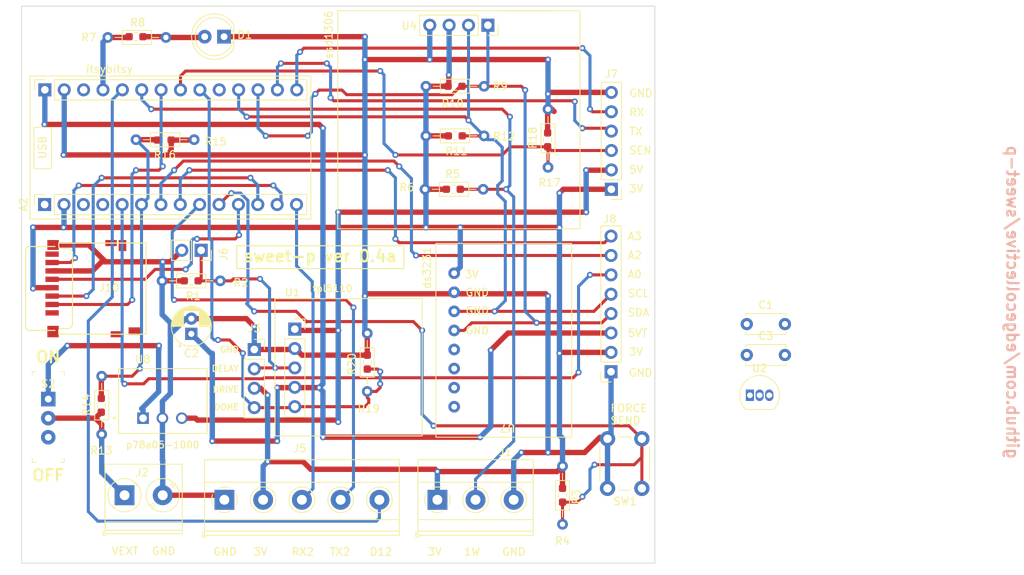
<source format=kicad_pcb>
(kicad_pcb (version 20240108) (generator "pcbnew") (generator_version "8.0")
  (layers (0 "F.Cu" signal) (31 "B.Cu" signal) (34 "B.Paste" user) (35 "F.Paste" user) (36 "B.SilkS" user "B.Silkscreen") (37 "F.SilkS" user "F.Silkscreen") (38 "B.Mask" user) (39 "F.Mask" user) (44 "Edge.Cuts" user))
  (net 0 "")
  (net 1 "A2")
  (net 2 "A5")
  (net 3 "TX")
  (net 4 "RX")
  (net 5 "SAT_EN")
  (net 6 "GND")
  (net 7 "+3V3")
  (net 8 "SDA")
  (net 9 "SCL")
  (net 10 "SD_CS")
  (net 11 "MOSI")
  (net 12 "SCK")
  (net 13 "MISO")
  (net 14 "DONE")
  (net 15 "LED")
  (net 16 "VEXT")
  (net 18 "Net-(D1-A)")
  (net 19 "Net-(J3-Pin_2)")
  (net 25 "TX_A4")
  (net 26 "D12")
  (net 27 "5V_TIMER")
  (net 29 "RX_D2")
  (net 30 "ONEWIRE_11")
  (net 31 "BATT_A1")
  (net 32 "A3")
  (net 34 "VHI")
  (net 37 "A0")
  (net 39 "5V_DC")
  (net 40 "Net-(U8-+VIN)")
  (net 41 "Net-(U2-GND)")
  (footprint "digikey-footprints:Switch_Slide_11.6x4mm_EG1218" (layer "F.Cu") (at 29 73 -90)
    (property "Reference" "S2")
    (property "Value" "EG1218")
  )
  (footprint "footprints:adafruit_tpl511x" (layer "F.Cu") (at 61.31 63.8325)
    (property "Reference" "U1")
    (property "Value" "adafruit_tpl511x")
  )
  (footprint "Resistor_THT:R_Axial_DIN0204_L3.6mm_D1.6mm_P7.62mm_Horizontal" (layer "F.Cu") (at 70.81 72.0025 90)
    (property "Reference" "R19")
    (property "Value" "330")
  )
  (footprint "LED_THT:LED_D5.0mm" (layer "F.Cu") (at 52.04 25.5 180)
    (property "Reference" "D1")
    (property "Value" "LED")
  )
  (footprint "Resistor_THT:R_Axial_DIN0204_L3.6mm_D1.6mm_P7.62mm_Horizontal" (layer "F.Cu") (at 78.38 45.5)
    (property "Reference" "R6")
    (property "Value" "4.7K")
  )
  (footprint "MountingHole:MountingHole_3.2mm_M3" (layer "F.Cu") (at 105 91)
    (property "Reference" "H4" (hide yes))
    (property "Value" "MountingHole")
  )
  (footprint "Button_Switch_THT:SW_PUSH_6mm" (layer "F.Cu") (at 106.8 78.2 -90)
    (property "Reference" "SW1")
    (property "Value" "SW_Push")
  )
  (footprint "TerminalBlock_Phoenix:TerminalBlock_Phoenix_PT-1,5-2-5.0-H_1x02_P5.00mm_Horizontal" (layer "F.Cu") (at 39 85.6)
    (property "Reference" "J2")
    (property "Value" "Screw_Terminal_01x02")
  )
  (footprint "Resistor_SMD:R_0603_1608Metric_Pad0.98x0.95mm_HandSolder" (layer "F.Cu") (at 35.95 73.81 90)
    (property "Reference" "R14")
    (property "Value" "100K")
  )
  (footprint "TerminalBlock_Phoenix:TerminalBlock_Phoenix_MKDS-1,5-3_1x03_P5.00mm_Horizontal" (layer "F.Cu") (at 80 86.2)
    (property "Reference" "J1")
    (property "Value" "Screw_Terminal_01x03")
  )
  (footprint "footprints:CONV_P78A05-1000" (layer "F.Cu") (at 41.42 75.5)
    (property "Reference" "U8")
    (property "Value" "P78A05-1000")
  )
  (footprint "Capacitor_THT:CP_Radial_D5.0mm_P2.00mm" (layer "F.Cu") (at 47.75 64.455113 90)
    (property "Reference" "C2")
    (property "Value" "330uF")
  )
  (footprint "Resistor_SMD:R_0603_1608Metric_Pad0.98x0.95mm_HandSolder" (layer "F.Cu") (at 70.81 68.1525 90)
    (property "Reference" "R20")
    (property "Value" "330")
  )
  (footprint "MountingHole:MountingHole_3.2mm_M3" (layer "F.Cu") (at 29 91)
    (property "Reference" "H2" (hide yes))
    (property "Value" "MountingHole")
  )
  (footprint "footprints:ds3231_adafruit_breakout" (layer "F.Cu") (at 79.8 65.3 -90)
    (property "Reference" "U7")
    (property "Value" "ds3231")
  )
  (footprint "footprints:DM3D-SF_outline" (layer "F.Cu") (at 30.375 58.5 -90)
    (property "Reference" "J10")
    (property "Value" "Micro_SD_Card" (hide yes))
  )
  (footprint "Capacitor_THT:C_Disc_D5.0mm_W2.5mm_P5.00mm" (layer "F.Cu") (at 120.55 67.22)
    (property "Reference" "C3")
    (property "Value" "10uF")
  )
  (footprint "Capacitor_THT:C_Disc_D5.0mm_W2.5mm_P5.00mm" (layer "F.Cu") (at 120.55 63.17)
    (property "Reference" "C1")
    (property "Value" "10uF")
  )
  (footprint "MountingHole:MountingHole_3.2mm_M3" (layer "F.Cu") (at 29 25)
    (property "Reference" "H1" (hide yes))
    (property "Value" "MountingHole")
  )
  (footprint "Resistor_THT:R_Axial_DIN0204_L3.6mm_D1.6mm_P7.62mm_Horizontal" (layer "F.Cu") (at 94.5 42.62 90)
    (property "Reference" "R17")
    (property "Value" "4.7K")
  )
  (footprint "Resistor_SMD:R_0603_1608Metric_Pad0.98x0.95mm_HandSolder" (layer "F.Cu") (at 96.4 85.6 -90)
    (property "Reference" "R3")
    (property "Value" "10K")
  )
  (footprint "Resistor_THT:R_Axial_DIN0204_L3.6mm_D1.6mm_P7.62mm_Horizontal" (layer "F.Cu") (at 36 77.62 90)
    (property "Reference" "R13")
    (property "Value" "100K")
  )
  (footprint "Resistor_SMD:R_0603_1608Metric_Pad0.98x0.95mm_HandSolder" (layer "F.Cu") (at 94.45 39.02 90)
    (property "Reference" "R18")
    (property "Value" "4.7K")
  )
  (footprint "Connector_PinSocket_2.54mm:PinSocket_1x02_P2.54mm_Vertical" (layer "F.Cu") (at 49.04 53.5 -90)
    (property "Reference" "J6")
    (property "Value" "Conn_01x02_Socket")
  )
  (footprint "MountingHole:MountingHole_3.2mm_M3" (layer "F.Cu") (at 105 25)
    (property "Reference" "H3" (hide yes))
    (property "Value" "MountingHole")
  )
  (footprint "Connector_PinSocket_2.54mm:PinSocket_1x04_P2.54mm_Vertical" (layer "F.Cu") (at 56 66.5)
    (property "Reference" "J3")
    (property "Value" "Conn_01x04_Female")
  )
  (footprint "Resistor_THT:R_Axial_DIN0204_L3.6mm_D1.6mm_P7.62mm_Horizontal" (layer "F.Cu") (at 36.8 25.6)
    (property "Reference" "R7")
    (property "Value" "4.7K")
  )
  (footprint "Resistor_SMD:R_0603_1608Metric_Pad0.98x0.95mm_HandSolder" (layer "F.Cu") (at 47.73 57.5 180)
    (property "Reference" "R1")
    (property "Value" "4.7K")
  )
  (footprint "Resistor_THT:R_Axial_DIN0204_L3.6mm_D1.6mm_P7.62mm_Horizontal" (layer "F.Cu") (at 78.5 38.5)
    (property "Reference" "R12")
    (property "Value" "4.7K")
  )
  (footprint "Resistor_SMD:R_0603_1608Metric_Pad0.98x0.95mm_HandSolder" (layer "F.Cu") (at 44.2 39.05)
    (property "Reference" "R16")
    (property "Value" "100K")
  )
  (footprint "footprints:itsybitsy" (layer "F.Cu") (at 28.52 47.5 90)
    (property "Reference" "A2")
    (property "Value" "itsybitsy_nrf52840_express")
  )
  (footprint "Resistor_THT:R_Axial_DIN0204_L3.6mm_D1.6mm_P7.62mm_Horizontal" (layer "F.Cu") (at 51.54 57.5 180)
    (property "Reference" "R2")
    (property "Value" "4.7K")
  )
  (footprint "Package_TO_SOT_THT:TO-92_Inline" (layer "F.Cu") (at 120.96 72.5)
    (property "Reference" "U2")
    (property "Value" "MCP1700x-120xxTO")
  )
  (footprint "Resistor_SMD:R_0603_1608Metric_Pad0.98x0.95mm_HandSolder" (layer "F.Cu") (at 82.0875 45.5)
    (property "Reference" "R5")
    (property "Value" "4.7K")
  )
  (footprint "Connector_PinHeader_2.54mm:PinHeader_1x06_P2.54mm_Vertical" (layer "F.Cu") (at 102.8 45.5 180)
    (property "Reference" "J7")
    (property "Value" "Conn_01x06_Pin")
  )
  (footprint "Resistor_THT:R_Axial_DIN0204_L3.6mm_D1.6mm_P7.62mm_Horizontal" (layer "F.Cu") (at 78.5 32)
    (property "Reference" "R9")
    (property "Value" "4.7K")
  )
  (footprint "Resistor_SMD:R_0603_1608Metric_Pad0.98x0.95mm_HandSolder" (layer "F.Cu") (at 82.31 32)
    (property "Reference" "R10")
    (property "Value" "4.7K")
  )
  (footprint "Connector_PinSocket_2.54mm:PinSocket_1x08_P2.54mm_Vertical" (layer "F.Cu") (at 102.762 69.418 180)
    (property "Reference" "J8")
    (property "Value" "Conn_01x08_Socket")
  )
  (footprint "Resistor_SMD:R_0603_1608Metric_Pad0.98x0.95mm_HandSolder" (layer "F.Cu") (at 40.5 25.5)
    (property "Reference" "R8")
    (property "Value" "4.7K")
  )
  (footprint "Resistor_SMD:R_0603_1608Metric_Pad0.98x0.95mm_HandSolder" (layer "F.Cu") (at 82.345 38.5)
    (property "Reference" "R11")
    (property "Value" "4.7K")
  )
  (footprint "footprints:ssd1306_a" (layer "F.Cu") (at 86.62 24 -90)
    (property "Reference" "U4")
    (property "Value" "ssd1306")
  )
  (footprint "Resistor_THT:R_Axial_DIN0204_L3.6mm_D1.6mm_P7.62mm_Horizontal" (layer "F.Cu") (at 96.4 81.79 -90)
    (property "Reference" "R4")
    (property "Value" "10K")
  )
  (footprint "TerminalBlock_Phoenix:TerminalBlock_Phoenix_MKDS-1,5-5-5.08_1x05_P5.08mm_Horizontal" (layer "F.Cu") (at 52.08 86.2)
    (property "Reference" "J5")
    (property "Value" "Screw_Terminal_01x05")
  )
  (footprint "Resistor_THT:R_Axial_DIN0204_L3.6mm_D1.6mm_P7.62mm_Horizontal" (layer "F.Cu") (at 40.5 39)
    (property "Reference" "R15")
    (property "Value" "100K")
  )
  (gr_rect (start 53.7 52.9) (end 75.6 55.9) (stroke (width 0.15)) (fill none) (layer "F.SilkS"))
  (gr_rect (start 25.5 21.5) (end 108.5 94.5) (stroke (width 0.1)) (fill none) (layer "Edge.Cuts"))
  (gr_text "github.com/edgecollective/sweet-p" (at 154.5 81 -90) (layer "B.SilkS") (effects (font (size 1.5 1.5) (thickness 0.3) (bold yes)) (justify left bottom mirror)))
  (gr_text "1W" (at 83.4 93.6 0) (layer "F.SilkS") (effects (font (size 1 1)) (justify left bottom)))
  (gr_text "sweet-p ver 0.4a" (at 54.45 55.15 0) (layer "F.SilkS") (effects (font (size 1.5 1.5) (thickness 0.3) (bold yes)) (justify left bottom)))
  (gr_text "3V" (at 83.5 57.25 0) (layer "F.SilkS") (effects (font (size 1 1)) (justify left bottom)))
  (gr_text "3V" (at 105.05 46 0) (layer "F.SilkS") (effects (font (size 1 1)) (justify left bottom)))
  (gr_text "p78a05-1000" (at 44 79 0) (layer "F.SilkS") (effects (font (size 0.9 0.9))))
  (gr_text "TX" (at 105.05 38.5 0) (layer "F.SilkS") (effects (font (size 1 1)) (justify left bottom)))
  (gr_text "GND" (at 83.6 64.6 0) (layer "F.SilkS") (effects (font (size 1 1)) (justify left bottom)))
  (gr_text "itsybitsy" (at 37 29.75 0) (layer "F.SilkS") (effects (font (size 1 1))))
  (gr_text "RX2" (at 60.8 93.6 0) (layer "F.SilkS") (effects (font (size 1 1)) (justify left bottom)))
  (gr_text "3V" (at 105.012 67.388 0) (layer "F.SilkS") (effects (font (size 1 1)) (justify left bottom)))
  (gr_text "GND" (at 83.6 62 0) (layer "F.SilkS") (effects (font (size 1 1)) (justify left bottom)))
  (gr_text "GND" (at 88.4 93.6 0) (layer "F.SilkS") (effects (font (size 1 1)) (justify left bottom)))
  (gr_text "ON" (at 29 67.5 0) (layer "F.SilkS") (effects (font (size 1.5 1.5) (thickness 0.3))))
  (gr_text "5V" (at 105.05 43.5 0) (layer "F.SilkS") (effects (font (size 1 1)) (justify left bottom)))
  (gr_text "OFF" (at 29 83 0) (layer "F.SilkS") (effects (font (size 1.5 1.5) (thickness 0.3))))
  (gr_text "VEXT" (at 37.25 93.5 0) (layer "F.SilkS") (effects (font (size 1 1)) (justify left bottom)))
  (gr_text "GND" (at 105.05 33.5 0) (layer "F.SilkS") (effects (font (size 1 1)) (justify left bottom)))
  (gr_text "GND" (at 83.6 59.6 0) (layer "F.SilkS") (effects (font (size 1 1)) (justify left bottom)))
  (gr_text "A2" (at 104.862 54.738 0) (layer "F.SilkS") (effects (font (size 1 1)) (justify left bottom)))
  (gr_text "GND" (at 42.5 93.5 0) (layer "F.SilkS") (effects (font (size 1 1)) (justify left bottom)))
  (gr_text "FORCE\nSEND" (at 102.6 76.4 0) (layer "F.SilkS") (effects (font (size 1 1)) (justify left bottom)))
  (gr_text "SCL" (at 104.862 59.738 0) (layer "F.SilkS") (effects (font (size 1 1)) (justify left bottom)))
  (gr_text "5VT" (at 104.862 64.938 0) (layer "F.SilkS") (effects (font (size 1 1)) (justify left bottom)))
  (gr_text "A0" (at 104.862 57.238 0) (layer "F.SilkS") (effects (font (size 1 1)) (justify left bottom)))
  (gr_text "SEN" (at 105.05 41 0) (layer "F.SilkS") (effects (font (size 1 1)) (justify left bottom)))
  (gr_text "GND" (at 105.012 70.138 0) (layer "F.SilkS") (effects (font (size 1 1)) (justify left bottom)))
  (gr_text "DRIVE" (at 52.273809 71.75 0) (layer "F.SilkS") (effects (font (size 0.8 0.8))))
  (gr_text "3V" (at 55.8 93.6 0) (layer "F.SilkS") (effects (font (size 1 1)) (justify left bottom)))
  (gr_text "ssd1306" (at 65.75 25.25 90) (layer "F.SilkS") (effects (font (size 1 1))))
  (gr_text "3V" (at 78.65 93.6 0) (layer "F.SilkS") (effects (font (size 1 1)) (justify left bottom)))
  (gr_text "TX2" (at 65.8 93.6 0) (layer "F.SilkS") (effects (font (size 1 1)) (justify left bottom)))
  (gr_text "D12" (at 71.05 93.6 0) (layer "F.SilkS") (effects (font (size 1 1)) (justify left bottom)))
  (gr_text "DONE" (at 52.369047 74.0575 0) (layer "F.SilkS") (effects (font (size 0.8 0.8))))
  (gr_text "RX" (at 105.05 36 0) (layer "F.SilkS") (effects (font (size 1 1)) (justify left bottom)))
  (gr_text "tpl5110" (at 66.25 58.5 0) (layer "F.SilkS") (effects (font (size 0.9 0.9))))
  (gr_text "GND" (at 52.75 66.5 0) (layer "F.SilkS") (effects (font (size 0.8 0.8))))
  (gr_text "GND" (at 50.55 93.6 0) (layer "F.SilkS") (effects (font (size 1 1)) (justify left bottom)))
  (gr_text "A3" (at 104.862 52.238 0) (layer "F.SilkS") (effects (font (size 1 1)) (justify left bottom)))
  (gr_text "DELAY" (at 52.197619 69 0) (layer "F.SilkS") (effects (font (size 0.8 0.8))))
  (gr_text "SDA" (at 104.862 62.238 0) (layer "F.SilkS") (effects (font (size 1 1)) (justify left bottom)))
  (segment (start 74.3 41.8) (end 46.7 41.8) (width 0.4) (layer "F.Cu") (net 1))
  (segment (start 46.7 41.8) (end 45.5 43) (width 0.4) (layer "F.Cu") (net 1))
  (segment (start 102.762 54.178) (end 77.2 54.178) (width 0.4) (layer "F.Cu") (net 1))
  (segment (start 75 42.5) (end 74.3 41.8) (width 0.4) (layer "F.Cu") (net 1))
  (segment (start 102.762 54.178) (end 102.44 54.5) (width 0.4) (layer "F.Cu") (net 1))
  (via (at 75 42.5) (size 0.8) (drill 0.4) (layers "F.Cu" "B.Cu") (net 1))
  (via (at 77.2 54.178) (size 0.8) (drill 0.4) (layers "F.Cu" "B.Cu") (net 1))
  (via (at 45.5 43) (size 0.8) (drill 0.4) (layers "F.Cu" "B.Cu") (net 1))
  (segment (start 75 42.5) (end 76.6 44.1) (width 0.4) (layer "B.Cu") (net 1))
  (segment (start 76.6 44.1) (end 76.6 53.578) (width 0.4) (layer "B.Cu") (net 1))
  (segment (start 43.76 44.74) (end 43.76 47.5) (width 0.4) (layer "B.Cu") (net 1))
  (segment (start 76.6 53.578) (end 77.2 54.178) (width 0.4) (layer "B.Cu") (net 1))
  (segment (start 45.5 43) (end 43.76 44.74) (width 0.4) (layer "B.Cu") (net 1))
  (segment (start 61.5 61.5) (end 56 61.5) (width 0.4) (layer "F.Cu") (net 2))
  (segment (start 96.4 86.5125) (end 96.4 89.41) (width 0.4) (layer "F.Cu") (net 2))
  (segment (start 100.6 81.6) (end 105.8 81.6) (width 0.4) (layer "F.Cu") (net 2))
  (segment (start 105.8 81.6) (end 106.8 80.6) (width 0.4) (layer "F.Cu") (net 2))
  (segment (start 62.862 62.862) (end 62.886 62.838) (width 0.4) (layer "F.Cu") (net 2))
  (segment (start 106.8 84.7) (end 106.8 79.6) (width 0.4) (layer "F.Cu") (net 2))
  (segment (start 98.2875 86.5125) (end 99 85.8) (width 0.4) (layer "F.Cu") (net 2))
  (segment (start 106.8 79.6) (end 106.8 78.2) (width 0.4) (layer "F.Cu") (net 2))
  (segment (start 53 46) (end 52.88 46) (width 0.4) (layer "F.Cu") (net 2))
  (segment (start 62.886 62.838) (end 76.838 62.838) (width 0.4) (layer "F.Cu") (net 2))
  (segment (start 52.88 46) (end 51.38 47.5) (width 0.4) (layer "F.Cu") (net 2))
  (segment (start 62.862 62.862) (end 61.5 61.5) (width 0.4) (layer "F.Cu") (net 2))
  (segment (start 105.1 76.5) (end 106.8 78.2) (width 0.4) (layer "F.Cu") (net 2))
  (segment (start 96.4 86.5125) (end 98.2875 86.5125) (width 0.4) (layer "F.Cu") (net 2))
  (segment (start 76.838 62.838) (end 78 64) (width 0.4) (layer "F.Cu") (net 2))
  (segment (start 79.5 76.5) (end 105.1 76.5) (width 0.4) (layer "F.Cu") (net 2))
  (segment (start 106.8 80.6) (end 106.8 79.6) (width 0.4) (layer "F.Cu") (net 2))
  (via (at 56 61.5) (size 0.8) (drill 0.4) (layers "F.Cu" "B.Cu") (net 2))
  (via (at 100.6 81.6) (size 0.8) (drill 0.4) (layers "F.Cu" "B.Cu") (net 2))
  (via (at 78 64) (size 0.8) (drill 0.4) (layers "F.Cu" "B.Cu") (net 2))
  (via (at 79.5 76.5) (size 0.8) (drill 0.4) (layers "F.Cu" "B.Cu") (net 2))
  (via (at 53 46) (size 0.8) (drill 0.4) (layers "F.Cu" "B.Cu") (net 2))
  (via (at 99 85.8) (size 0.8) (drill 0.4) (layers "F.Cu" "B.Cu") (net 2))
  (segment (start 78 75) (end 79.5 76.5) (width 0.4) (layer "B.Cu") (net 2))
  (segment (start 55.17 60.33) (end 55.17 46.982233) (width 0.4) (layer "B.Cu") (net 2))
  (segment (start 100 82.2) (end 100.6 81.6) (width 0.4) (layer "B.Cu") (net 2))
  (segment (start 99 85.8) (end 100 84.8) (width 0.4) (layer "B.Cu") (net 2))
  (segment (start 55.17 46.982233) (end 54.187767 46) (width 0.4) (layer "B.Cu") (net 2))
  (segment (start 78 64) (end 78 75) (width 0.4) (layer "B.Cu") (net 2))
  (segment (start 54.187767 46) (end 53 46) (width 0.4) (layer "B.Cu") (net 2))
  (segment (start 55 60.5) (end 55.17 60.33) (width 0.4) (layer "B.Cu") (net 2))
  (segment (start 100 84.8) (end 100 82.2) (width 0.4) (layer "B.Cu") (net 2))
  (segment (start 56 61.5) (end 55 60.5) (width 0.4) (layer "B.Cu") (net 2))
  (segment (start 97.9 33.9) (end 98 34) (width 0.4) (layer "F.Cu") (net 3))
  (segment (start 102.42 37.5) (end 102.8 37.88) (width 0.4) (layer "F.Cu") (net 3))
  (segment (start 66.4 33.9) (end 66 33.5) (width 0.4) (layer "F.Cu") (net 3))
  (segment (start 65.5 29) (end 59.5 29) (width 0.4) (layer "F.Cu") (net 3))
  (segment (start 66.4 33.9) (end 97.9 33.9) (width 0.4) (layer "F.Cu") (net 3))
  (segment (start 99 37.5) (end 102.42 37.5) (width 0.4) (layer "F.Cu") (net 3))
  (via (at 65.5 29) (size 0.8) (drill 0.4) (layers "F.Cu" "B.Cu") (net 3))
  (via (at 66 33.5) (size 0.8) (drill 0.4) (layers "F.Cu" "B.Cu") (net 3))
  (via (at 59.5 29) (size 0.8) (drill 0.4) (layers "F.Cu" "B.Cu") (net 3))
  (via (at 99 37.5) (size 0.8) (drill 0.4) (layers "F.Cu" "B.Cu") (net 3))
  (via (at 98 34) (size 0.8) (drill 0.4) (layers "F.Cu" "B.Cu") (net 3))
  (segment (start 98 36.5) (end 99 37.5) (width 0.4) (layer "B.Cu") (net 3))
  (segment (start 59.03 32.465) (end 59.03 29.47) (width 0.4) (layer "B.Cu") (net 3))
  (segment (start 59.5 31.995) (end 59.03 32.465) (width 0.4) (layer "B.Cu") (net 3))
  (segment (start 66 33.5) (end 66 29.5) (width 0.4) (layer "B.Cu") (net 3))
  (segment (start 66 29.5) (end 65.5 29) (width 0.4) (layer "B.Cu") (net 3))
  (segment (start 98 34) (end 98 36.5) (width 0.4) (layer "B.Cu") (net 3))
  (segment (start 59.03 29.47) (end 59.5 29) (width 0.4) (layer "B.Cu") (net 3))
  (segment (start 100.34 35.34) (end 100 35) (width 0.4) (layer "F.Cu") (net 4))
  (segment (start 99 27) (end 62.5 27) (width 0.4) (layer "F.Cu") (net 4))
  (segment (start 62.5 27) (end 62 27.5) (width 0.4) (layer "F.Cu") (net 4))
  (segment (start 102.8 35.34) (end 100.34 35.34) (width 0.4) (layer "F.Cu") (net 4))
  (via (at 99 27) (size 0.8) (drill 0.4) (layers "F.Cu" "B.Cu") (net 4))
  (via (at 62 27.5) (size 0.8) (drill 0.4) (layers "F.Cu" "B.Cu") (net 4))
  (via (at 100 35) (size 0.8) (drill 0.4) (layers "F.Cu" "B.Cu") (net 4))
  (segment (start 100 28) (end 99 27) (width 0.4) (layer "B.Cu") (net 4))
  (segment (start 61.57 27.93) (end 61.57 32.465) (width 0.4) (layer "B.Cu") (net 4))
  (segment (start 100 35) (end 100 28) (width 0.4) (layer "B.Cu") (net 4))
  (segment (start 62 27.5) (end 61.57 27.93) (width 0.4) (layer "B.Cu") (net 4))
  (segment (start 88.5 41) (end 74.5 41) (width 0.4) (layer "F.Cu") (net 5))
  (segment (start 94.9375 40.42) (end 94.45 39.9325) (width 0.4) (layer "F.Cu") (net 5))
  (segment (start 94.45 39.9325) (end 89.5675 39.9325) (width 0.4) (layer "F.Cu") (net 5))
  (segment (start 102.8 40.42) (end 94.9375 40.42) (width 0.4) (layer "F.Cu") (net 5))
  (segment (start 89.5675 39.9325) (end 88.5 41) (width 0.4) (layer "F.Cu") (net 5))
  (segment (start 46.33 30.67) (end 46.33 32.465) (width 0.4) (layer "F.Cu") (net 5))
  (segment (start 72.5 30) (end 47 30) (width 0.4) (layer "F.Cu") (net 5))
  (segment (start 94.5 42.62) (end 94.5 39.9825) (width 0.4) (layer "F.Cu") (net 5))
  (segment (start 47 30) (end 46.33 30.67) (width 0.4) (layer "F.Cu") (net 5))
  (segment (start 94.5 39.9825) (end 94.45 39.9325) (width 0.4) (layer "F.Cu") (net 5))
  (segment (start 102.5 40.12) (end 102.8 40.42) (width 0.4) (layer "F.Cu") (net 5))
  (via (at 74.5 41) (size 0.8) (drill 0.4) (layers "F.Cu" "B.Cu") (net 5))
  (via (at 72.5 30) (size 0.8) (drill 0.4) (layers "F.Cu" "B.Cu") (net 5))
  (segment (start 73 39.5) (end 73 30.5) (width 0.4) (layer "B.Cu") (net 5))
  (segment (start 74.5 41) (end 73 39.5) (width 0.4) (layer "B.Cu") (net 5))
  (segment (start 73 30.5) (end 72.5 30) (width 0.4) (layer "B.Cu") (net 5))
  (segment (start 34.8 56.2) (end 36 55) (width 0.7) (layer "F.Cu") (net 6))
  (segment (start 45.1125 40.3875) (end 45.1125 39.05) (width 0.7) (layer "F.Cu") (net 6))
  (segment (start 79 28.5) (end 94.5 28.5) (width 0.7) (layer "F.Cu") (net 6))
  (segment (start 102.8 32.8) (end 94.7 32.8) (width 0.7) (layer "F.Cu") (net 6))
  (segment (start 29.625 52.8) (end 34.3 52.8) (width 0.7) (layer "F.Cu") (net 6))
  (segment (start 79 28.5) (end 70.5 28.5) (width 0.7) (layer "F.Cu") (net 6))
  (segment (start 62.24 67.24) (end 70.81 67.24) (width 0.7) (layer "F.Cu") (net 6))
  (segment (start 47.75 62.455113) (end 54.955113 62.455113) (width 0.7) (layer "F.Cu") (net 6))
  (segment (start 83.31 59.2) (end 70.8 59.2) (width 0.7) (layer "F.Cu") (net 6))
  (segment (start 36 55) (end 36.5 55) (width 0.7) (layer "F.Cu") (net 6))
  (segment (start 34.3 52.8) (end 36.5 55) (width 0.7) (layer "F.Cu") (net 6))
  (segment (start 61.1825 66.5) (end 61.31 66.3725) (width 0.7) (layer "F.Cu") (net 6))
  (segment (start 52.04 25.5) (end 70.5 25.5) (width 0.7) (layer "F.Cu") (net 6))
  (segment (start 36.5 55) (end 44 55) (width 0.7) (layer "F.Cu") (net 6))
  (segment (start 70.81 67.24) (end 70.81 64.3825) (width 0.7) (layer "F.Cu") (net 6))
  (segment (start 45 40.5) (end 45.1125 40.3875) (width 0.7) (layer "F.Cu") (net 6))
  (segment (start 94.45 35.05) (end 94.5 35) (width 0.7) (layer "F.Cu") (net 6))
  (segment (start 95 35) (end 95.3 35.3) (width 0.7) (layer "F.Cu") (net 6))
  (segment (start 99.3 80) (end 101.3 78) (width 0.7) (layer "F.Cu") (net 6))
  (segment (start 45.1125 39.05) (end 48.07 39.05) (width 0.7) (layer "F.Cu") (net 6))
  (segment (start 61.3725 66.3725) (end 62.24 67.24) (width 0.7) (layer "F.Cu") (net 6))
  (segment (start 94.7 32.8) (end 94.5 33) (width 0.7) (layer "F.Cu") (net 6))
  (segment (start 45 41) (end 70.5 41) (width 0.7) (layer "F.Cu") (net 6))
  (segment (start 94.45 38.1075) (end 94.45 35.05) (width 0.7) (layer "F.Cu") (net 6))
  (segment (start 45 41) (end 45 40.5) (width 0.7) (layer "F.Cu") (net 6))
  (segment (start 48.07 39.05) (end 48.12 39) (width 0.7) (layer "F.Cu") (net 6))
  (segment (start 94.2 59.2) (end 94.5 59.5) (width 0.7) (layer "F.Cu") (net 6))
  (segment (start 56 66.5) (end 61.1825 66.5) (width 0.7) (layer "F.Cu") (net 6))
  (segment (start 44 85.6) (end 51.48 85.6) (width 0.7) (layer "F.Cu") (net 6))
  (segment (start 94.5 35) (end 95 35) (width 0.7) (layer "F.Cu") (net 6))
  (segment (start 51.48 85.6) (end 52.08 86.2) (width 0.7) (layer "F.Cu") (net 6))
  (segment (start 31 41) (end 45 41) (width 0.7) (layer "F.Cu") (net 6))
  (segment (start 83.31 59.2) (end 94.2 59.2) (width 0.7) (layer "F.Cu") (net 6))
  (segment (start 54.955113 62.455113) (end 56 63.5) (width 0.7) (layer "F.Cu") (net 6))
  (segment (start 45 55) (end 46.5 53.5) (width 0.7) (layer "F.Cu") (net 6))
  (segment (start 44 55) (end 45 55) (width 0.7) (layer "F.Cu") (net 6))
  (segment (start 91 80) (end 94.5 80) (width 0.7) (layer "F.Cu") (net 6))
  (segment (start 94.5 80) (end 99.3 80) (width 0.7) (layer "F.Cu") (net 6))
  (segment (start 70.8 59.2) (end 70.5 59.5) (width 0.7) (layer "F.Cu") (net 6))
  (segment (start 29.5 56.2) (end 34.8 56.2) (width 0.7) (layer "F.Cu") (net 6))
  (segment (start 43.92 57.5) (end 46.8175 57.5) (width 0.7) (layer "F.Cu") (net 6))
  (segment (start 61.31 66.3725) (end 61.3725 66.3725) (width 0.7) (layer "F.Cu") (net 6))
  (via (at 91 80) (size 0.8) (drill 0.4) (layers "F.Cu" "B.Cu") (net 6))
  (via (at 70.5 59.5) (size 0.8) (drill 0.4) (layers "F.Cu" "B.Cu") (net 6))
  (via (at 56 63.5) (size 0.8) (drill 0.4) (layers "F.Cu" "B.Cu") (net 6))
  (via (at 31 41) (size 0.8) (drill 0.4) (layers "F.Cu" "B.Cu") (net 6))
  (via (at 94.5 59.5) (size 0.8) (drill 0.4) (layers "F.Cu" "B.Cu") (net 6))
  (via (at 94.5 80) (size 0.8) (drill 0.4) (layers "F.Cu" "B.Cu") (net 6))
  (via (at 70.5 41) (size 0.8) (drill 0.4) (layers "F.Cu" "B.Cu") (net 6))
  (via (at 44 55) (size 0.8) (drill 0.4) (layers "F.Cu" "B.Cu") (net 6))
  (via (at 70.5 25.5) (size 0.8) (drill 0.4) (layers "F.Cu" "B.Cu") (net 6))
  (via (at 94.5 33) (size 0.8) (drill 0.4) (layers "F.Cu" "B.Cu") (net 6))
  (via (at 70.5 28.5) (size 0.8) (drill 0.4) (layers "F.Cu" "B.Cu") (net 6))
  (via (at 94.5 28.5) (size 0.8) (drill 0.4) (layers "F.Cu" "B.Cu") (net 6))
  (via (at 79 28.5) (size 0.8) (drill 0.4) (layers "F.Cu" "B.Cu") (net 6))
  (segment (start 94.5 59.5) (end 94.5 80) (width 0.7) (layer "B.Cu") (net 6))
  (segment (start 70.5 25.5) (end 70.5 29.5) (width 0.7) (layer "B.Cu") (net 6))
  (segment (start 43.92 57.5) (end 43.92 55.08) (width 0.7) (layer "B.Cu") (net 6))
  (segment (start 31.09 40.91) (end 31 41) (width 0.7) (layer "B.Cu") (net 6))
  (segment (start 43.92 61.92) (end 45 63) (width 0.7) (layer "B.Cu") (net 6))
  (segment (start 43.96 80.96) (end 43.96 75.5) (width 0.7) (layer "B.Cu") (net 6))
  (segment (start 45 72.25) (end 45 71.5) (width 0.7) (layer "B.Cu") (net 6))
  (segment (start 90 86.2) (end 90 81) (width 0.7) (layer "B.Cu") (net 6))
  (segment (start 90 81) (end 91 80) (width 0.7) (layer "B.Cu") (net 6))
  (segment (start 102.762 77.738) (end 102.3 78.2) (width 0.7) (layer "B.Cu") (net 6))
  (segment (start 44 81) (end 43.96 80.96) (width 0.7) (layer "B.Cu") (net 6))
  (segment (start 70.5 28.5) (end 70.5 29.5) (width 0.7) (layer "B.Cu") (net 6))
  (segment (start 47.75 62.455113) (end 47.044887 62.455113) (width 0.7) (layer "B.Cu") (net 6))
  (segment (start 45 64.5) (end 45 71.5) (width 0.7) (layer "B.Cu") (net 6))
  (segment (start 43.92 55.08) (end 44 55) (width 0.7) (layer "B.Cu") (net 6))
  (segment (start 70.5 59.5) (end 70.5 64.0725) (width 0.7) (layer "B.Cu") (net 6))
  (segment (start 56 63.5) (end 56 66.5) (width 0.7) (layer "B.Cu") (net 6))
  (segment (start 70.5 29.5) (end 70.5 41) (width 0.7) (layer "B.Cu") (net 6))
  (segment (start 70.5 59.5) (end 70.5 41) (width 0.7) (layer "B.Cu") (net 6))
  (segment (start 94.5 28.5) (end 94.5 33) (width 0.7) (layer "B.Cu") (net 6))
  (segment (start 47.044887 62.455113) (end 45 64.5) (width 0.7) (layer "B.Cu") (net 6))
  (segment (start 43.96 75.5) (end 43.96 73.29) (width 0.7) (layer "B.Cu") (net 6))
  (segment (start 70.5 64.0725) (end 70.81 64.3825) (width 0.7) (layer "B.Cu") (net 6))
  (segment (start 31.09 32.465) (end 31.09 40.91) (width 0.7) (layer "B.Cu") (net 6))
  (segment (start 44 85.6) (end 44 81) (width 0.7) (layer "B.Cu") (net 6))
  (segment (start 43.96 73.29) (end 45 72.25) (width 0.7) (layer "B.Cu") (net 6))
  (segment (start 79 24) (end 79 28.5) (width 0.7) (layer "B.Cu") (net 6))
  (segment (start 94.5 33) (end 94.5 35) (width 0.7) (layer "B.Cu") (net 6))
  (segment (start 45 63) (end 45 64.5) (width 0.7) (layer "B.Cu") (net 6))
  (segment (start 102.3 78.2) (end 102.3 84.7) (width 0.7) (layer "B.Cu") (net 6))
  (segment (start 102.762 69.418) (end 102.762 77.738) (width 0.7) (layer "B.Cu") (net 6))
  (segment (start 43.92 57.5) (end 43.92 61.92) (width 0.7) (layer "B.Cu") (net 6))
  (segment (start 96.5 45.5) (end 96 46) (width 0.7) (layer "F.Cu") (net 7))
  (segment (start 83 50.5) (end 96 50.5) (width 0.7) (layer "F.Cu") (net 7))
  (segment (start 80 82.5) (end 95.69 82.5) (width 0.7) (layer "F.Cu") (net 7))
  (segment (start 81.3975 32) (end 78.5 32) (width 0.7) (layer "F.Cu") (net 7))
  (segment (start 56.83 71.58) (end 57.75 72.5) (width 0.7) (layer "F.Cu") (net 7))
  (segment (start 56 71.58) (end 56.83 71.58) (width 0.7) (layer "F.Cu") (net 7))
  (segment (start 70.4 82.2) (end 79.7 82.2) (width 0.7) (layer "F.Cu") (net 7))
  (segment (start 79.7 82.2) (end 80 82.5) (width 0.7) (layer "F.Cu") (net 7))
  (segment (start 63.4 82.2) (end 70.4 82.2) (width 0.7) (layer "F.Cu") (net 7))
  (segment (start 57.75 81.2) (end 62.4 81.2) (width 0.7) (layer "F.Cu") (net 7))
  (segment (start 102.8 45.5) (end 96.5 45.5) (width 0.7) (layer "F.Cu") (net 7))
  (segment (start 78.38 45.5) (end 81.175 45.5) (width 0.7) (layer "F.Cu") (net 7))
  (segment (start 102.762 66.878) (end 96.122 66.878) (width 0.7) (layer "F.Cu") (net 7))
  (segment (start 81.4325 38.5) (end 78.5 38.5) (width 0.7) (layer "F.Cu") (net 7))
  (segment (start 62.4 81.2) (end 63.4 82.2) (width 0.7) (layer "F.Cu") (net 7))
  (segment (start 96.4 81.79) (end 96.4 84.6875) (width 0.7) (layer "F.Cu") (net 7))
  (segment (start 103.3 46) (end 102.8 45.5) (width 0.7) (layer "F.Cu") (net 7))
  (segment (start 96.122 66.878) (end 96 67) (width 0.7) (layer "F.Cu") (net 7))
  (segment (start 27 50.5) (end 31 50.5) (width 0.7) (layer "F.Cu") (net 7))
  (segment (start 81.5 31.8975) (end 81.3975 32) (width 0.7) (layer "F.Cu") (net 7))
  (segment (start 27.1 58.4) (end 27 58.5) (width 0.7) (layer "F.Cu") (net 7))
  (segment (start 29.5 58.4) (end 27.1 58.4) (width 0.7) (layer "F.Cu") (net 7))
  (segment (start 78.5 50.5) (end 83 50.5) (width 0.7) (layer "F.Cu") (net 7))
  (segment (start 95.69 82.5) (end 96.4 81.79) (width 0.7) (layer "F.Cu") (net 7))
  (segment (start 81.5 30.5) (end 81.5 31.8975) (width 0.7) (layer "F.Cu") (net 7))
  (segment (start 31 50.5) (end 78.5 50.5) (width 0.7) (layer "F.Cu") (net 7))
  (via (at 96 50.5) (size 0.8) (drill 0.4) (layers "F.Cu" "B.Cu") (net 7))
  (via (at 96 67) (size 0.8) (drill 0.4) (layers "F.Cu" "B.Cu") (net 7))
  (via (at 83 50.5) (size 0.8) (drill 0.4) (layers "F.Cu" "B.Cu") (net 7))
  (via (at 78.5 50.5) (size 0.8) (drill 0.4) (layers "F.Cu" "B.Cu") (net 7))
  (via (at 57.75 81.2) (size 0.8) (drill 0.4) (layers "F.Cu" "B.Cu") (net 7))
  (via (at 31 50.5) (size 0.8) (drill 0.4) (layers "F.Cu" "B.Cu") (net 7))
  (via (at 27 58.5) (size 0.8) (drill 0.4) (layers "F.Cu" "B.Cu") (net 7))
  (via (at 57.75 72.5) (size 0.8) (drill 0.4) (layers "F.Cu" "B.Cu") (net 7))
  (via (at 27 50.5) (size 0.8) (drill 0.4) (layers "F.Cu" "B.Cu") (net 7))
  (via (at 80 82.5) (size 0.8) (drill 0.4) (layers "F.Cu" "B.Cu") (net 7))
  (via (at 81.5 30.5) (size 0.8) (drill 0.4) (layers "F.Cu" "B.Cu") (net 7))
  (via (at 96 46) (size 0.8) (drill 0.4) (layers "F.Cu" "B.Cu") (net 7))
  (segment (start 96 77.74) (end 96 67) (width 0.7) (layer "B.Cu") (net 7))
  (segment (start 57.75 72.5) (end 57.75 81.2) (width 0.7) (layer "B.Cu") (net 7))
  (segment (start 83 50.5) (end 83 55.7) (width 0.7) (layer "B.Cu") (net 7))
  (segment (start 96 46) (end 96 50.5) (width 0.7) (layer "B.Cu") (net 7))
  (segment (start 78.5 45.38) (end 78.38 45.5) (width 0.7) (layer "B.Cu") (net 7))
  (segment (start 80 82.5) (end 80 86.2) (width 0.7) (layer "B.Cu") (net 7))
  (segment (start 96.4 78.14) (end 96.4 81.79) (width 0.7) (layer "B.Cu") (net 7))
  (segment (start 57.16 81.79) (end 57.16 86.2) (width 0.7) (layer "B.Cu") (net 7))
  (segment (start 81.54 30.46) (end 81.5 30.5) (width 0.7) (layer "B.Cu") (net 7))
  (segment (start 31.06 47.5) (end 31.06 50.44) (width 0.7) (layer "B.Cu") (net 7))
  (segment (start 31.06 50.44) (end 31 50.5) (width 0.7) (layer "B.Cu") (net 7))
  (segment (start 78.5 45.62) (end 78.38 45.5) (width 0.7) (layer "B.Cu") (net 7))
  (segment (start 78.5 38.5) (end 78.5 45.38) (width 0.7) (layer "B.Cu") (net 7))
  (segment (start 78.5 32) (end 78.5 38.5) (width 0.7) (layer "B.Cu") (net 7))
  (segment (start 78.5 50.5) (end 78.5 45.62) (width 0.7) (layer "B.Cu") (net 7))
  (segment (start 83 55.7) (end 82.2 56.5) (width 0.7) (layer "B.Cu") (net 7))
  (segment (start 27 58.5) (end 27 50.5) (width 0.7) (layer "B.Cu") (net 7))
  (segment (start 96 77.74) (end 96.4 78.14) (width 0.7) (layer "B.Cu") (net 7))
  (segment (start 81.54 24) (end 81.54 30.46) (width 0.7) (layer "B.Cu") (net 7))
  (segment (start 57.75 81.2) (end 57.16 81.79) (width 0.7) (layer "B.Cu") (net 7))
  (segment (start 96 67) (end 96 50.5) (width 0.7) (layer "B.Cu") (net 7))
  (segment (start 81.902456 33.1) (end 68.1 33.1) (width 0.4) (layer "F.Cu") (net 8))
  (segment (start 86.12 32) (end 91 32) (width 0.4) (layer "F.Cu") (net 8))
  (segment (start 82.000799 33.001657) (end 81.902456 33.1) (width 0.4) (layer "F.Cu") (net 8))
  (segment (start 101.56 63) (end 93 63) (width 0.4) (layer "F.Cu") (net 8))
  (segment (start 93 63) (end 84.5 63) (width 0.4) (layer "F.Cu") (net 8))
  (segment (start 68.1 33.1) (end 67.5 32.5) (width 0.4) (layer "F.Cu") (net 8))
  (segment (start 67.5 32.5) (end 64.5 32.5) (width 0.4) (layer "F.Cu") (net 8))
  (segment (start 83.2225 32) (end 86.12 32) (width 0.4) (layer "F.Cu") (net 8))
  (segment (start 91 32) (end 91.5 32.5) (width 0.4) (layer "F.Cu") (net 8))
  (segment (start 64.5 32.5) (end 64 33) (width 0.4) (layer "F.Cu") (net 8))
  (segment (start 83.002456 32) (end 82.000799 33.001657) (width 0.4) (layer "F.Cu") (net 8))
  (segment (start 63 38.5) (end 57.5 38.5) (width 0.4) (layer "F.Cu") (net 8))
  (segment (start 102.762 61.798) (end 101.56 63) (width 0.4) (layer "F.Cu") (net 8))
  (segment (start 84.5 63) (end 83.5 64) (width 0.4) (layer "F.Cu") (net 8))
  (segment (start 83.5 64) (end 82.2 64) (width 0.4) (layer "F.Cu") (net 8))
  (segment (start 83.2225 32) (end 83.002456 32) (width 0.4) (layer "F.Cu") (net 8))
  (via (at 64 33) (size 0.8) (drill 0.4) (layers "F.Cu" "B.Cu") (net 8))
  (via (at 91.5 32.5) (size 0.8) (drill 0.4) (layers "F.Cu" "B.Cu") (net 8))
  (via (at 63 38.5) (size 0.8) (drill 0.4) (layers "F.Cu" "B.Cu") (net 8))
  (via (at 93 63) (size 0.8) (drill 0.4) (layers "F.Cu" "B.Cu") (net 8))
  (via (at 57.5 38.5) (size 0.8) (drill 0.4) (layers "F.Cu" "B.Cu") (net 8))
  (segment (start 63.5 38) (end 63 38.5) (width 0.4) (layer "B.Cu") (net 8))
  (segment (start 86.62 24) (end 86.62 31.5) (width 0.4) (layer "B.Cu") (net 8))
  (segment (start 56.49 37.49) (end 56.49 32.465) (width 0.4) (layer "B.Cu") (net 8))
  (segment (start 63.5 33.5) (end 63.5 38) (width 0.4) (layer "B.Cu") (net 8))
  (segment (start 57.5 38.5) (end 56.49 37.49) (width 0.4) (layer "B.Cu") (net 8))
  (segment (start 86.62 31.5) (end 86.12 32) (width 0.4) (layer "B.Cu") (net 8))
  (segment (start 91.5 32.5) (end 91.5 61.5) (width 0.4) (layer "B.Cu") (net 8))
  (segment (start 64 33) (end 63.5 33.5) (width 0.4) (layer "B.Cu") (net 8))
  (segment (start 91.5 61.5) (end 93 63) (width 0.4) (layer "B.Cu") (net 8))
  (segment (start 83.62 36) (end 84.08 36.46) (width 0.4) (layer "F.Cu") (net 9))
  (segment (start 87.5 61.5) (end 100.52 61.5) (width 0.4) (layer "F.Cu") (net 9))
  (segment (start 83.2575 38.5) (end 86.12 38.5) (width 0.4) (layer "F.Cu") (net 9))
  (segment (start 82.2 61.5) (end 87.5 61.5) (width 0.4) (layer "F.Cu") (net 9))
  (segment (start 100.52 61.5) (end 102.762 59.258) (width 0.4) (layer "F.Cu") (net 9))
  (segment (start 55 36) (end 83.62 36) (width 0.4) (layer "F.Cu") (net 9))
  (via (at 84.08 36.46) (size 0.8) (drill 0.4) (layers "F.Cu" "B.Cu") (net 9))
  (via (at 55 36) (size 0.8) (drill 0.4) (layers "F.Cu" "B.Cu") (net 9))
  (via (at 87.5 61.5) (size 0.8) (drill 0.4) (layers "F.Cu" "B.Cu") (net 9))
  (segment (start 88.5 44.4) (end 87.9 45) (width 0.4) (layer "B.Cu") (net 9))
  (segment (start 88.9 60) (end 88.9 60.1) (width 0.4) (layer "B.Cu") (net 9))
  (segment (start 87.9 46.1) (end 88.9 47.1) (width 0.4) (layer "B.Cu") (net 9))
  (segment (start 84.08 24) (end 84.08 36.46) (width 0.4) (layer "B.Cu") (net 9))
  (segment (start 86.62 39) (end 86.12 38.5) (width 0.4) (layer "B.Cu") (net 9))
  (segment (start 88.9 47.1) (end 88.9 60) (width 0.4) (layer "B.Cu") (net 9))
  (segment (start 88.5 40) (end 88.5 40.4) (width 0.4) (layer "B.Cu") (net 9))
  (segment (start 87.9 45) (end 87.9 46.1) (width 0.4) (layer "B.Cu") (net 9))
  (segment (start 87.5 39) (end 88.5 40) (width 0.4) (layer "B.Cu") (net 9))
  (segment (start 53.95 34.95) (end 55 36) (width 0.4) (layer "B.Cu") (net 9))
  (segment (start 88.9 60.1) (end 87.5 61.5) (width 0.4) (layer "B.Cu") (net 9))
  (segment (start 87.5 39) (end 86.62 39) (width 0.4) (layer "B.Cu") (net 9))
  (segment (start 84.08 36.46) (end 86.12 38.5) (width 0.4) (layer "B.Cu") (net 9))
  (segment (start 53.95 32.465) (end 53.95 34.95) (width 0.4) (layer "B.Cu") (net 9))
  (segment (start 88.5 40.4) (end 88.5 44.4) (width 0.4) (layer "B.Cu") (net 9))
  (segment (start 29.5 60.6) (end 39.4 60.6) (width 0.4) (layer "F.Cu") (net 10))
  (segment (start 39.4 60.6) (end 40 60) (width 0.4) (layer "F.Cu") (net 10))
  (segment (start 43.5 43) (end 44 42.5) (width 0.4) (layer "F.Cu") (net 10))
  (segment (start 40.5 43) (end 43.5 43) (width 0.4) (layer "F.Cu") (net 10))
  (via (at 40 60) (size 0.8) (drill 0.4) (layers "F.Cu" "B.Cu") (net 10))
  (via (at 44 42.5) (size 0.8) (drill 0.4) (layers "F.Cu" "B.Cu") (net 10))
  (via (at 40.5 43) (size 0.8) (drill 0.4) (layers "F.Cu" "B.Cu") (net 10))
  (segment (start 44 42.5) (end 43.79 42.29) (width 0.4) (layer "B.Cu") (net 10))
  (segment (start 40 60) (end 39.97 59.97) (width 0.4) (layer "B.Cu") (net 10))
  (segment (start 43.79 42.29) (end 43.79 32.465) (width 0.4) (layer "B.Cu") (net 10))
  (segment (start 39.97 43.53) (end 40.5 43) (width 0.4) (layer "B.Cu") (net 10))
  (segment (start 39.97 59.97) (end 39.97 43.53) (width 0.4) (layer "B.Cu") (net 10))
  (segment (start 34 59.5) (end 29.5 59.5) (width 0.4) (layer "F.Cu") (net 11))
  (segment (start 55.5 44) (end 36 44) (width 0.4) (layer "F.Cu") (net 11))
  (via (at 36 44) (size 0.8) (drill 0.4) (layers "F.Cu" "B.Cu") (net 11))
  (via (at 34 59.5) (size 0.8) (drill 0.4) (layers "F.Cu" "B.Cu") (net 11))
  (via (at 55.5 44) (size 0.8) (drill 0.4) (layers "F.Cu" "B.Cu") (net 11))
  (segment (start 56.46 44.96) (end 55.5 44) (width 0.4) (layer "B.Cu") (net 11))
  (segment (start 34.89 58.61) (end 34 59.5) (width 0.4) (layer "B.Cu") (net 11))
  (segment (start 36 44) (end 34.89 45.11) (width 0.4) (layer "B.Cu") (net 11))
  (segment (start 34.89 45.11) (end 34.89 58.61) (width 0.4) (layer "B.Cu") (net 11))
  (segment (start 56.46 47.5) (end 56.46 44.96) (width 0.4) (layer "B.Cu") (net 11))
  (segment (start 41.7 57.3) (end 43 56) (width 0.4) (layer "F.Cu") (net 12))
  (segment (start 48.5 52) (end 53.5 52) (width 0.4) (layer "F.Cu") (net 12))
  (segment (start 43 56) (end 47 56) (width 0.4) (layer "F.Cu") (net 12))
  (segment (start 53.5 52) (end 54 51.5) (width 0.4) (layer "F.Cu") (net 12))
  (segment (start 29.5 57.3) (end 41.7 57.3) (width 0.4) (layer "F.Cu") (net 12))
  (via (at 48.5 52) (size 0.8) (drill 0.4) (layers "F.Cu" "B.Cu") (net 12))
  (via (at 47 56) (size 0.8) (drill 0.4) (layers "F.Cu" "B.Cu") (net 12))
  (via (at 54 51.5) (size 0.8) (drill 0.4) (layers "F.Cu" "B.Cu") (net 12))
  (segment (start 47 56) (end 47.75 55.25) (width 0.4) (layer "B.Cu") (net 12))
  (segment (start 53.92 50.42) (end 53.92 47.5) (width 0.4) (layer "B.Cu") (net 12))
  (segment (start 48 52) (end 48.5 52) (width 0.4) (layer "B.Cu") (net 12))
  (segment (start 47.75 52.25) (end 48 52) (width 0.4) (layer "B.Cu") (net 12))
  (segment (start 47.75 55.25) (end 47.75 52.25) (width 0.4) (layer "B.Cu") (net 12))
  (segment (start 54 50.5) (end 53.92 50.42) (width 0.4) (layer "B.Cu") (net 12))
  (segment (start 54 51.5) (end 54 50.5) (width 0.4) (layer "B.Cu") (net 12))
  (segment (start 31.9 55.1) (end 32.5 54.5) (width 0.4) (layer "F.Cu") (net 13))
  (segment (start 33 45) (end 58.5 45) (width 0.4) (layer "F.Cu") (net 13))
  (segment (start 29.5 55.1) (end 31.9 55.1) (width 0.4) (layer "F.Cu") (net 13))
  (via (at 58.5 45) (size 0.8) (drill 0.4) (layers "F.Cu" "B.Cu") (net 13))
  (via (at 33 45) (size 0.8) (drill 0.4) (layers "F.Cu" "B.Cu") (net 13))
  (via (at 32.5 54.5) (size 0.8) (drill 0.4) (layers "F.Cu" "B.Cu") (net 13))
  (segment (start 32.5 54.5) (end 32.35 54.35) (width 0.4) (layer "B.Cu") (net 13))
  (segment (start 59.5 47) (end 59 47.5) (width 0.4) (layer "B.Cu") (net 13))
  (segment (start 59.5 46) (end 59.5 47) (width 0.4) (layer "B.Cu") (net 13))
  (segment (start 32.35 54.35) (end 32.35 45.65) (width 0.4) (layer "B.Cu") (net 13))
  (segment (start 58.5 45) (end 59.5 46) (width 0.4) (layer "B.Cu") (net 13))
  (segment (start 32.35 45.65) (end 33 45) (width 0.4) (layer "B.Cu") (net 13))
  (segment (start 56 74.12) (end 61.1825 74.12) (width 0.4) (layer "F.Cu") (net 14))
  (segment (start 70.81 72.81) (end 70.81 72.0025) (width 0.4) (layer "F.Cu") (net 14))
  (segment (start 61.31 73.9925) (end 70.5075 73.9925) (width 0.4) (layer "F.Cu") (net 14))
  (segment (start 71 73) (end 70.81 72.81) (width 0.4) (layer "F.Cu") (net 14))
  (segment (start 71.9975 72.0025) (end 70.81 72.0025) (width 0.4) (layer "F.Cu") (net 14))
  (segment (start 70.5075 73.9925) (end 71 73.5) (width 0.4) (layer "F.Cu") (net 14))
  (segment (start 51.25 65.25) (end 52.75 65.25) (width 0.4) (layer "F.Cu") (net 14))
  (segment (start 61.1825 74.12) (end 61.31 73.9925) (width 0.4) (layer "F.Cu") (net 14))
  (segment (start 72.5 71.0025) (end 72.5 71.5) (width 0.4) (layer "F.Cu") (net 14))
  (segment (start 70.81 69.065) (end 72.1625 69.065) (width 0.4) (layer "F.Cu") (net 14))
  (segment (start 52.75 65.25) (end 54.5 67) (width 0.4) (layer "F.Cu") (net 14))
  (segment (start 71 73.5) (end 71 73) (width 0.4) (layer "F.Cu") (net 14))
  (segment (start 72.1625 69.065) (end 72.5 69.4025) (width 0.4) (layer "F.Cu") (net 14))
  (segment (start 72.5 71.5) (end 71.9975 72.0025) (width 0.4) (layer "F.Cu") (net 14))
  (via (at 54.5 67) (size 0.8) (drill 0.4) (layers "F.Cu" "B.Cu") (net 14))
  (via (at 72.5 71.0025) (size 0.8) (drill 0.4) (layers "F.Cu" "B.Cu") (net 14))
  (via (at 72.5 69.4025) (size 0.8) (drill 0.4) (layers "F.Cu" "B.Cu") (net 14))
  (via (at 51.25 65.25) (size 0.8) (drill 0.4) (layers "F.Cu" "B.Cu") (net 14))
  (segment (start 50.44 64.94) (end 50.75 65.25) (width 0.4) (layer "B.Cu") (net 14))
  (segment (start 50.09 33.685) (end 48.87 32.465) (width 0.4) (layer "B.Cu") (net 14))
  (segment (start 50.44 52.26) (end 50.09 51.91) (width 0.4) (layer "B.Cu") (net 14))
  (segment (start 54.5 67) (end 54.5 72.62) (width 0.4) (layer "B.Cu") (net 14))
  (segment (start 72.5 69.4025) (end 72.5 71.0025) (width 0.4) (layer "B.Cu") (net 14))
  (segment (start 54.5 72.62) (end 56 74.12) (width 0.4) (layer "B.Cu") (net 14))
  (segment (start 50.75 65.25) (end 51.25 65.25) (width 0.4) (layer "B.Cu") (net 14))
  (segment (start 50.09 51.91) (end 50.09 33.685) (width 0.4) (layer "B.Cu") (net 14))
  (segment (start 50.44 64.94) (end 50.44 52.26) (width 0.4) (layer "B.Cu") (net 14))
  (segment (start 36.8 25.6) (end 39.4875 25.6) (width 0.7) (layer "F.Cu") (net 15))
  (segment (start 39.4875 25.6) (end 39.5875 25.5) (width 0.7) (layer "F.Cu") (net 15))
  (segment (start 36.17 26.23) (end 36.8 25.6) (width 0.7) (layer "B.Cu") (net 15))
  (segment (start 36.17 32.465) (end 36.17 26.23) (width 0.7) (layer "B.Cu") (net 15))
  (segment (start 35.1725 75.5) (end 36 76.3275) (width 0.7) (layer "F.Cu") (net 16))
  (segment (start 36 76.3275) (end 36 77.62) (width 0.7) (layer "F.Cu") (net 16))
  (segment (start 29 75.5) (end 35.1725 75.5) (width 0.7) (layer "F.Cu") (net 16))
  (segment (start 35.1725 75.5) (end 35.95 74.7225) (width 0.7) (layer "F.Cu") (net 16))
  (segment (start 36 82.6) (end 39 85.6) (width 0.7) (layer "B.Cu") (net 16))
  (segment (start 36 77.62) (end 36 82.6) (width 0.7) (layer "B.Cu") (net 16))
  (segment (start 44.32 25.5) (end 44.42 25.6) (width 0.7) (layer "F.Cu") (net 18))
  (segment (start 44.42 25.6) (end 49.4 25.6) (width 0.7) (layer "F.Cu") (net 18))
  (segment (start 49.4 25.6) (end 49.5 25.5) (width 0.7) (layer "F.Cu") (net 18))
  (segment (start 41.4125 25.5) (end 44.32 25.5) (width 0.7) (layer "F.Cu") (net 18))
  (segment (start 51.54 57.5) (end 48.6425 57.5) (width 0.4) (layer "F.Cu") (net 19))
  (segment (start 61.31 68.9125) (end 58.75 68.9125) (width 0.4) (layer "F.Cu") (net 19))
  (segment (start 58.75 68.9125) (end 56.1275 68.9125) (width 0.4) (layer "F.Cu") (net 19))
  (segment (start 53.25 57.25) (end 53 57.5) (width 0.4) (layer "F.Cu") (net 19))
  (segment (start 49.04 53.5) (end 49.04 57.1025) (width 0.4) (layer "F.Cu") (net 19))
  (segment (start 49.04 57.1025) (end 48.6425 57.5) (width 0.4) (layer "F.Cu") (net 19))
  (segment (start 53 57.5) (end 51.54 57.5) (width 0.4) (layer "F.Cu") (net 19))
  (segment (start 56.75 57.25) (end 53.25 57.25) (width 0.4) (layer "F.Cu") (net 19))
  (segment (start 56.1275 68.9125) (end 56 69.04) (width 0.4) (layer "F.Cu") (net 19))
  (via (at 56.75 57.25) (size 0.8) (drill 0.4) (layers "F.Cu" "B.Cu") (net 19))
  (via (at 58.75 68.9125) (size 0.8) (drill 0.4) (layers "F.Cu" "B.Cu") (net 19))
  (segment (start 58 68) (end 58 58.5) (width 0.4) (layer "B.Cu") (net 19))
  (segment (start 58.75 68.9125) (end 58.75 68.75) (width 0.4) (layer "B.Cu") (net 19))
  (segment (start 58.75 68.75) (end 58 68) (width 0.4) (layer "B.Cu") (net 19))
  (segment (start 58 58.5) (end 56.75 57.25) (width 0.4) (layer "B.Cu") (net 19))
  (segment (start 45.5 60) (end 68 60) (width 0.4) (layer "F.Cu") (net 25))
  (segment (start 68 60) (end 69 61) (width 0.4) (layer "F.Cu") (net 25))
  (via (at 69 61) (size 0.8) (drill 0.4) (layers "F.Cu" "B.Cu") (net 25))
  (via (at 45.5 60) (size 0.8) (drill 0.4) (layers "F.Cu" "B.Cu") (net 25))
  (segment (start 48.84 47.5) (end 45.25 51.09) (width 0.4) (layer "B.Cu") (net 25))
  (segment (start 69 61) (end 69 84.52) (width 0.4) (layer "B.Cu") (net 25))
  (segment (start 45.25 59.75) (end 45.5 60) (width 0.4) (layer "B.Cu") (net 25))
  (segment (start 69 84.52) (end 67.32 86.2) (width 0.4) (layer "B.Cu") (net 25))
  (segment (start 45.25 51.09) (end 45.25 59.75) (width 0.4) (layer "B.Cu") (net 25))
  (segment (start 72 89) (end 72.4 88.6) (width 0.4) (layer "B.Cu") (net 26))
  (segment (start 72.4 88.6) (end 72.4 86.2) (width 0.4) (layer "B.Cu") (net 26))
  (segment (start 37.39 59.61) (end 34.25 62.75) (width 0.4) (layer "B.Cu") (net 26))
  (segment (start 34.25 62.75) (end 34.25 87.75) (width 0.4) (layer "B.Cu") (net 26))
  (segment (start 34.25 87.75) (end 35.5 89) (width 0.4) (layer "B.Cu") (net 26))
  (segment (start 35.5 89) (end 72 89) (width 0.4) (layer "B.Cu") (net 26))
  (segment (start 38.71 32.465) (end 37.39 33.785) (width 0.4) (layer "B.Cu") (net 26))
  (segment (start 37.39 33.785) (end 37.39 59.61) (width 0.4) (layer "B.Cu") (net 26))
  (segment (start 102.562 64.138) (end 102.762 64.338) (width 0.4) (layer "F.Cu") (net 27))
  (segment (start 64.5 71.5) (end 61.3575 71.5) (width 0.7) (layer "F.Cu") (net 27))
  (segment (start 50.5 78.5) (end 59 78.5) (width 0.7) (layer "F.Cu") (net 27))
  (segment (start 61.2625 71.5) (end 61.31 71.4525) (width 0.7) (layer "F.Cu") (net 27))
  (segment (start 64.5 37) (end 65 37.5) (width 0.7) (layer "F.Cu") (net 27))
  (segment (start 59 71.5) (end 61.2625 71.5) (width 0.7) (layer "F.Cu") (net 27))
  (segment (start 61.3575 71.5) (end 61.31 71.4525) (width 0.7) (layer "F.Cu") (net 27))
  (segment (start 89.262 64.338) (end 87 66.6) (width 0.7) (layer "F.Cu") (net 27))
  (segment (start 28.5 37) (end 64.5 37) (width 0.7) (layer "F.Cu") (net 27))
  (segment (start 102.762 64.338) (end 89.262 64.338) (width 0.7) (layer "F.Cu") (net 27))
  (segment (start 85.6 78) (end 65 78) (width 0.7) (layer "F.Cu") (net 27))
  (via (at 65 78) (size 0.8) (drill 0.4) (layers "F.Cu" "B.Cu") (net 27))
  (via (at 50.5 78.5) (size 0.8) (drill 0.4) (layers "F.Cu" "B.Cu") (net 27))
  (via (at 65 37.5) (size 0.8) (drill 0.4) (layers "F.Cu" "B.Cu") (net 27))
  (via (at 64.5 71.5) (size 0.8) (drill 0.4) (layers "F.Cu" "B.Cu") (net 27))
  (via (at 85.6 78) (size 0.8) (drill 0.4) (layers "F.Cu" "B.Cu") (net 27))
  (via (at 28.5 37) (size 0.8) (drill 0.4) (layers "F.Cu" "B.Cu") (net 27))
  (via (at 87 66.6) (size 0.8) (drill 0.4) (layers "F.Cu" "B.Cu") (net 27))
  (via (at 59 78.5) (size 0.8) (drill 0.4) (layers "F.Cu" "B.Cu") (net 27))
  (via (at 59 71.5) (size 0.8) (drill 0.4) (layers "F.Cu" "B.Cu") (net 27))
  (segment (start 59 78.5) (end 59 71.5) (width 0.7) (layer "B.Cu") (net 27))
  (segment (start 50.5 67.75) (end 50.5 67.205113) (width 0.7) (layer "B.Cu") (net 27))
  (segment (start 87 66.6) (end 87 76.6) (width 0.7) (layer "B.Cu") (net 27))
  (segment (start 65 78) (end 65 72) (width 0.7) (layer "B.Cu") (net 27))
  (segment (start 28.55 36.95) (end 28.5 37) (width 0.7) (layer "B.Cu") (net 27))
  (segment (start 50.5 67) (end 50.5 67.75) (width 0.7) (layer "B.Cu") (net 27))
  (segment (start 50.5 67.205113) (end 47.75 64.455113) (width 0.7) (layer "B.Cu") (net 27))
  (segment (start 65 71) (end 64.5 71.5) (width 0.7) (layer "B.Cu") (net 27))
  (segment (start 65 37.5) (end 65 71) (width 0.7) (layer "B.Cu") (net 27))
  (segment (start 28.55 32.465) (end 28.55 36.95) (width 0.7) (layer "B.Cu") (net 27))
  (segment (start 87 76.6) (end 85.6 78) (width 0.7) (layer "B.Cu") (net 27))
  (segment (start 50.5 67.75) (end 50.5 78.5) (width 0.7) (layer "B.Cu") (net 27))
  (segment (start 65 72) (end 64.5 71.5) (width 0.7) (layer "B.Cu") (net 27))
  (segment (start 63.6 58.8) (end 63.6 57.6) (width 0.4) (layer "B.Cu") (net 29))
  (segment (start 63.6 57.6) (end 62.75 56.75) (width 0.4) (layer "B.Cu") (net 29))
  (segment (start 61.54 52) (end 61.54 54.04) (width 0.4) (layer "B.Cu") (net 29))
  (segment (start 61.54 54.04) (end 61.54 55.54) (width 0.4) (layer "B.Cu") (net 29))
  (segment (start 63.7 58.9) (end 63.6 58.8) (width 0.4) (layer "B.Cu") (net 29))
  (segment (start 61.54 55.54) (end 62.75 56.75) (width 0.4) (layer "B.Cu") (net 29))
  (segment (start 62.24 86.2) (end 63.7 84.74) (width 0.4) (layer "B.Cu") (net 29))
  (segment (start 61.54 47.5) (end 61.54 52) (width 0.4) (layer "B.Cu") (net 29))
  (segment (start 63.7 84.74) (end 63.7 58.9) (width 0.4) (layer "B.Cu") (net 29))
  (segment (start 86 45.5) (end 83 45.5) (width 0.4) (layer "F.Cu") (net 30))
  (segment (start 42.5 35) (end 88.5 35) (width 0.4) (layer "F.Cu") (net 30))
  (segment (start 88.5 35) (end 89.5 36) (width 0.4) (layer "F.Cu") (net 30))
  (segment (start 89 45.5) (end 86 45.5) (width 0.4) (layer "F.Cu") (net 30))
  (via (at 42.5 35) (size 0.8) (drill 0.4) (layers "F.Cu" "B.Cu") (net 30))
  (via (at 89 45.5) (size 0.8) (drill 0.4) (layers "F.Cu" "B.Cu") (net 30))
  (via (at 89.5 36) (size 0.8) (drill 0.4) (layers "F.Cu" "B.Cu") (net 30))
  (segment (start 89.5 36) (end 89.5 45) (width 0.4) (layer "B.Cu") (net 30))
  (segment (start 90 46.5) (end 90 78.5) (width 0.4) (layer "B.Cu") (net 30))
  (segment (start 41.25 33.75) (end 42.5 35) (width 0.4) (layer "B.Cu") (net 30))
  (segment (start 41.25 32.465) (end 41.25 33.75) (width 0.4) (layer "B.Cu") (net 30))
  (segment (start 89 45.5) (end 90 46.5) (width 0.4) (layer "B.Cu") (net 30))
  (segment (start 85 83.5) (end 85 86.2) (width 0.4) (layer "B.Cu") (net 30))
  (segment (start 90 78.5) (end 85 83.5) (width 0.4) (layer "B.Cu") (net 30))
  (segment (start 89.5 45) (end 89 45.5) (width 0.4) (layer "B.Cu") (net 30))
  (segment (start 43.2375 39) (end 43.2875 39.05) (width 0.7) (layer "F.Cu") (net 31))
  (segment (start 35.95 70.05) (end 36 70) (width 0.7) (layer "F.Cu") (net 31))
  (segment (start 36 70) (end 40 70) (width 0.4) (layer "F.Cu") (net 31))
  (segment (start 35.95 72.8975) (end 35.95 70.05) (width 0.7) (layer "F.Cu") (net 31))
  (segment (start 40 70) (end 41 69) (width 0.4) (layer "F.Cu") (net 31))
  (segment (start 40.5 39) (end 43.2375 39) (width 0.7) (layer "F.Cu") (net 31))
  (via (at 41 69) (size 0.8) (drill 0.4) (layers "F.Cu" "B.Cu") (net 31))
  (segment (start 40.5 39) (end 42.07 40.57) (width 0.4) (layer "B.Cu") (net 31))
  (segment (start 42.07 46.65) (end 41.22 47.5) (width 0.4) (layer "B.Cu") (net 31))
  (segment (start 42.07 40.57) (end 42.07 46.65) (width 0.4) (layer "B.Cu") (net 31))
  (segment (start 41.22 68.28) (end 41.22 47.5) (width 0.4) (layer "B.Cu") (net 31))
  (segment (start 41 68.5) (end 41.22 68.28) (width 0.4) (layer "B.Cu") (net 31))
  (segment (start 41 69) (end 41 68.5) (width 0.4) (layer "B.Cu") (net 31))
  (segment (start 73.5 43) (end 47.5 43) (width 0.4) (layer "F.Cu") (net 32))
  (segment (start 101.9 52.5) (end 102.762 51.638) (width 0.4) (layer "F.Cu") (net 32))
  (segment (start 74.5 52) (end 75 52.5) (width 0.4) (layer "F.Cu") (net 32))
  (segment (start 75 52.5) (end 101.9 52.5) (width 0.4) (layer "F.Cu") (net 32))
  (via (at 74.5 52) (size 0.8) (drill 0.4) (layers "F.Cu" "B.Cu") (net 32))
  (via (at 73.5 43) (size 0.8) (drill 0.4) (layers "F.Cu" "B.Cu") (net 32))
  (via (at 47.5 43) (size 0.8) (drill 0.4) (layers "F.Cu" "B.Cu") (net 32))
  (segment (start 74.5 44) (end 73.5 43) (width 0.4) (layer "B.Cu") (net 32))
  (segment (start 47.5 43) (end 46.3 44.2) (width 0.4) (layer "B.Cu") (net 32))
  (segment (start 46.3 44.2) (end 46.3 47.5) (width 0.4) (layer "B.Cu") (net 32))
  (segment (start 74.5 52) (end 74.5 44) (width 0.4) (layer "B.Cu") (net 32))
  (segment (start 42.17 70.33) (end 41.5 71) (width 0.4) (layer "F.Cu") (net 37))
  (segment (start 102.762 56.718) (end 102.48 57) (width 0.4) (layer "F.Cu") (net 37))
  (segment (start 57.2975 70.2025) (end 57.17 70.33) (width 0.4) (layer "F.Cu") (net 37))
  (segment (start 41.5 71) (end 39 71) (width 0.4) (layer "F.Cu") (net 37))
  (segment (start 102.762 56.718) (end 100 56.718) (width 0.4) (layer "F.Cu") (net 37))
  (segment (start 82.669183 70.2025) (end 97.7975 70.2025) (width 0.4) (layer "F.Cu") (net 37))
  (segment (start 97.7975 70.2025) (end 98.5 69.5) (width 0.4) (layer "F.Cu") (net 37))
  (segment (start 57.17 70.33) (end 42.17 70.33) (width 0.4) (layer "F.Cu") (net 37))
  (segment (start 82.669183 70.2025) (end 57.2975 70.2025) (width 0.4) (layer "F.Cu") (net 37))
  (via (at 98.5 69.5) (size 0.8) (drill 0.4) (layers "F.Cu" "B.Cu") (net 37))
  (via (at 100 56.718) (size 0.8) (drill 0.4) (layers "F.Cu" "B.Cu") (net 37))
  (via (at 39 71) (size 0.8) (drill 0.4) (layers "F.Cu" "B.Cu") (net 37))
  (segment (start 39 71) (end 38.68 70.68) (width 0.4) (layer "B.Cu") (net 37))
  (segment (start 38.68 70.68) (end 38.68 47.5) (width 0.4) (layer "B.Cu") (net 37))
  (segment (start 98.5 69.5) (end 98.5 58.218) (width 0.4) (layer "B.Cu") (net 37))
  (segment (start 98.5 58.218) (end 100 56.718) (width 0.4) (layer "B.Cu") (net 37))
  (segment (start 48.54 75.75) (end 48.29 75.5) (width 0.7) (layer "F.Cu") (net 39))
  (segment (start 48.29 75.5) (end 46.5 75.5) (width 0.7) (layer "F.Cu") (net 39))
  (segment (start 61.4775 64) (end 61.31 63.8325) (width 0.7) (layer "F.Cu") (net 39))
  (segment (start 48.54 75.75) (end 66.75 75.75) (width 0.7) (layer "F.Cu") (net 39))
  (segment (start 102.76 43) (end 102.8 42.96) (width 0.7) (layer "F.Cu") (net 39))
  (segment (start 99.5 43) (end 102.76 43) (width 0.7) (layer "F.Cu") (net 39))
  (segment (start 66.75 75.75) (end 67 76) (width 0.7) (layer "F.Cu") (net 39))
  (segment (start 67 48.5) (end 99.46 48.5) (width 0.7) (layer "F.Cu") (net 39))
  (segment (start 67 64) (end 61.4775 64) (width 0.7) (layer "F.Cu") (net 39))
  (segment (start 99.46 48.5) (end 99.5 48.5) (width 0.7) (layer "F.Cu") (net 39))
  (via (at 99.5 43) (size 0.8) (drill 0.4) (layers "F.Cu" "B.Cu") (net 39))
  (via (at 67 64) (size 0.8) (drill 0.4) (layers "F.Cu" "B.Cu") (net 39))
  (via (at 67 48.5) (size 0.8) (drill 0.4) (layers "F.Cu" "B.Cu") (net 39))
  (via (at 99.5 48.5) (size 0.8) (drill 0.4) (layers "F.Cu" "B.Cu") (net 39))
  (via (at 67 76) (size 0.8) (drill 0.4) (layers "F.Cu" "B.Cu") (net 39))
  (segment (start 99.5 48.5) (end 99.5 43) (width 0.7) (layer "B.Cu") (net 39))
  (segment (start 67 64) (end 67 48.5) (width 0.7) (layer "B.Cu") (net 39))
  (segment (start 67 76) (end 67 64) (width 0.7) (layer "B.Cu") (net 39))
  (segment (start 31.5 66) (end 43.5 66) (width 0.7) (layer "F.Cu") (net 40))
  (via (at 43.5 66) (size 0.8) (drill 0.4) (layers "F.Cu" "B.Cu") (net 40))
  (via (at 31.5 66) (size 0.8) (drill 0.4) (layers "F.Cu" "B.Cu") (net 40))
  (segment (start 43.5 66) (end 43.5 66.5) (width 0.7) (layer "B.Cu") (net 40))
  (segment (start 41.25 74.25) (end 41.42 74.42) (width 0.7) (layer "B.Cu") (net 40))
  (segment (start 29 68.5) (end 31.5 66) (width 0.7) (layer "B.Cu") (net 40))
  (segment (start 43.46 72.04) (end 41.25 74.25) (width 0.7) (layer "B.Cu") (net 40))
  (segment (start 29 73) (end 29 68.5) (width 0.7) (layer "B.Cu") (net 40))
  (segment (start 41.42 74.42) (end 41.42 75.5) (width 0.7) (layer "B.Cu") (net 40))
  (segment (start 43.5 66.5) (end 43.46 66.54) (width 0.7) (layer "B.Cu") (net 40))
  (segment (start 43.46 66.54) (end 43.46 72.04) (width 0.7) (layer "B.Cu") (net 40))
)
</source>
